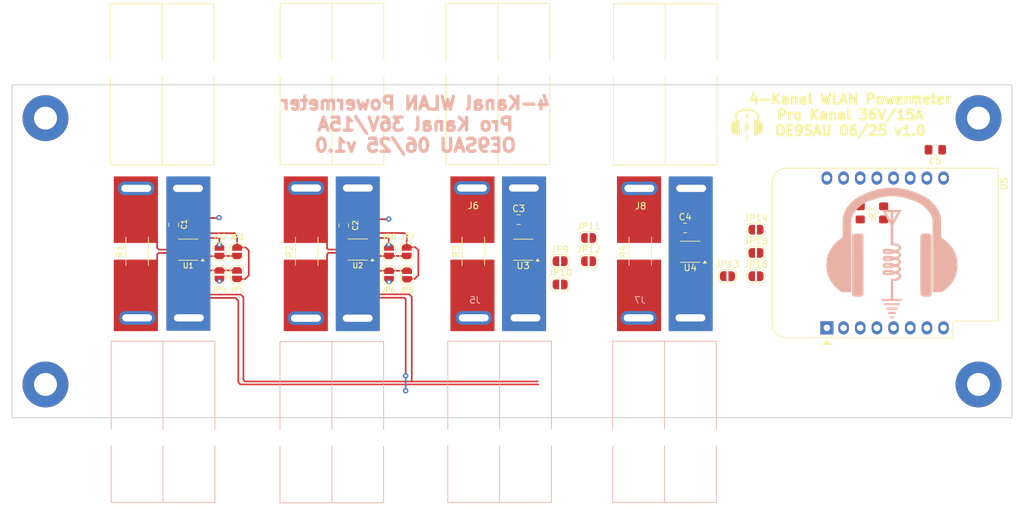
<source format=kicad_pcb>
(kicad_pcb (version 20240108) (generator "pcbnew") (generator_version "8.0")
  (layers (0 "F.Cu" signal) (31 "B.Cu" signal) (34 "B.Paste" user) (35 "F.Paste" user) (36 "B.SilkS" user "B.Silkscreen") (37 "F.SilkS" user "F.Silkscreen") (38 "B.Mask" user) (39 "F.Mask" user) (44 "Edge.Cuts" user))
  (net 0 "")
  (net 2 "Net-(J1-Pin_1)")
  (net 3 "+5V")
  (net 4 "GND")
  (net 5 "Net-(J2-Pin_1)")
  (net 6 "Net-(JP5-A)")
  (net 7 "Net-(U1-SCL)")
  (net 8 "Net-(U1-SDA)")
  (net 10 "Net-(JP1-A)")
  (net 11 "Net-(JP3-B)")
  (net 12 "Net-(JP7-B)")
  (net 13 "Net-(J3-Pin_1)")
  (net 14 "Net-(J4-Pin_1)")
  (net 15 "Net-(J5-Pin_1)")
  (net 16 "Net-(J6-Pin_1)")
  (net 17 "Net-(J7-Pin_1)")
  (net 18 "Net-(J8-Pin_1)")
  (net 19 "Net-(JP10-A)")
  (net 20 "Net-(JP11-B)")
  (net 21 "Net-(JP13-A)")
  (net 22 "Net-(JP15-B)")
  (net 37 "GND1")
  (footprint "Jumper:SolderJumper-2_P1.3mm_Open_RoundedPad1.0x1.5mm" (layer "F.Cu") (at 184.516 85.604)
    (property "Reference" "JP14" (at 0 -1.8 0) (layer "F.SilkS"))
    (property "Value" "A0")
    (pad "1" smd custom (at -0.65 0) (size 1 0.5) (layers "F.Cu" "F.Mask") (net 21 "Net-(JP13-A)") (options (clearance outline) (anchor rect)) (primitives (gr_circle (center 0 0.25) (end 0.5 0.25) (width 0) (fill yes)) (gr_circle (center 0 -0.25) (end 0.5 -0.25) (width 0) (fill yes)) (gr_poly (pts (xy 0.5 0.75) (xy 0 0.75) (xy 0 -0.75) (xy 0.5 -0.75)) (width 0) (fill yes))))
    (pad "2" smd custom (at 0.65 0) (size 1 0.5) (layers "F.Cu" "F.Mask") (net 4 "GND") (options (clearance outline) (anchor rect)) (primitives (gr_circle (center 0 0.25) (end 0.5 0.25) (width 0) (fill yes)) (gr_circle (center 0 -0.25) (end 0.5 -0.25) (width 0) (fill yes)) (gr_poly (pts (xy 0 0.75) (xy -0.5 0.75) (xy -0.5 -0.75) (xy 0 -0.75)) (width 0) (fill yes))))
  )
  (footprint "Jumper:SolderJumper-2_P1.3mm_Open_RoundedPad1.0x1.5mm" (layer "F.Cu") (at 131.318 92.5172 -90)
    (property "Reference" "JP5" (at 2.2756 0.0508 0) (layer "F.SilkS") (effects (font (size 0.8 0.8))))
    (property "Value" "A0")
    (pad "1" smd custom (at -0.65 0 270) (size 1 0.5) (layers "F.Cu" "F.Mask") (net 6 "Net-(JP5-A)") (options (clearance outline) (anchor rect)) (primitives (gr_circle (center 0 0.25) (end 0.5 0.25) (width 0) (fill yes)) (gr_circle (center 0 -0.25) (end 0.5 -0.25) (width 0) (fill yes)) (gr_poly (pts (xy 0.5 0.75) (xy 0 0.75) (xy 0 -0.75) (xy 0.5 -0.75)) (width 0) (fill yes))))
    (pad "2" smd custom (at 0.65 0 270) (size 1 0.5) (layers "F.Cu" "F.Mask") (net 3 "+5V") (options (clearance outline) (anchor rect)) (primitives (gr_circle (center 0 0.25) (end 0.5 0.25) (width 0) (fill yes)) (gr_circle (center 0 -0.25) (end 0.5 -0.25) (width 0) (fill yes)) (gr_poly (pts (xy 0 0.75) (xy -0.5 0.75) (xy -0.5 -0.75) (xy 0 -0.75)) (width 0) (fill yes))))
  )
  (footprint "Connector_Anderson:PowerPole_PP45_1336G1_1x2_Horizontal" (layer "F.Cu") (at 141.224 79.248)
    (property "Reference" "J6" (at 0.2 2.7 0) (layer "F.SilkS"))
    (property "Value" "Conn_01x02")
    (pad "1" thru_hole oval (at 0 0) (size 5.55 2.1) (drill oval 4.55 1.1) (layers "*.Cu" "*.Mask") (net 16 "Net-(J6-Pin_1)"))
    (pad "2" thru_hole oval (at 7.9 0) (size 5.55 2.1) (drill oval 4.55 1.1) (layers "*.Cu" "*.Mask") (net 37 "GND1"))
  )
  (footprint "Connector_Anderson:PowerPole_PP45_1336G1_1x2_Horizontal" (layer "F.Cu") (at 115.9256 79.248)
    (property "Reference" "J3" (hide yes))
    (property "Value" "Conn_01x02")
    (pad "1" thru_hole oval (at 0 0) (size 5.55 2.1) (drill oval 4.55 1.1) (layers "*.Cu" "*.Mask") (net 13 "Net-(J3-Pin_1)"))
    (pad "2" thru_hole oval (at 7.9 0) (size 5.55 2.1) (drill oval 4.55 1.1) (layers "*.Cu" "*.Mask") (net 37 "GND1"))
  )
  (footprint "MountingHole:MountingHole_3.5mm_Pad" (layer "F.Cu") (at 76.2 68.58)
    (property "Reference" "H1" (hide yes))
    (property "Value" "MountingHole_Pad")
    (pad "1" thru_hole circle (at 0 0) (size 7 7) (drill 3.5) (layers "*.Cu" "*.Mask") (net 4 "GND"))
  )
  (footprint "Capacitor_SMD:C_0805_2012Metric_Pad1.18x1.45mm_HandSolder" (layer "F.Cu") (at 148.336 84.074)
    (property "Reference" "C3" (at 0 -1.68 0) (layer "F.SilkS"))
    (property "Value" "100nF")
    (pad "1" smd roundrect (at -1.0375 0) (size 1.175 1.45) (layers "F.Cu" "F.Paste" "F.Mask") (roundrect_rratio 0.212766) (net 3 "+5V"))
    (pad "2" smd roundrect (at 1.0375 0) (size 1.175 1.45) (layers "F.Cu" "F.Paste" "F.Mask") (roundrect_rratio 0.212766) (net 4 "GND"))
  )
  (footprint "Jumper:SolderJumper-2_P1.3mm_Open_RoundedPad1.0x1.5mm" (layer "F.Cu") (at 184.516 89.154)
    (property "Reference" "JP15" (at 0 -1.8 0) (layer "F.SilkS"))
    (property "Value" "A1")
    (pad "1" smd custom (at -0.65 0) (size 1 0.5) (layers "F.Cu" "F.Mask") (net 3 "+5V") (options (clearance outline) (anchor rect)) (primitives (gr_circle (center 0 0.25) (end 0.5 0.25) (width 0) (fill yes)) (gr_circle (center 0 -0.25) (end 0.5 -0.25) (width 0) (fill yes)) (gr_poly (pts (xy 0.5 0.75) (xy 0 0.75) (xy 0 -0.75) (xy 0.5 -0.75)) (width 0) (fill yes))))
    (pad "2" smd custom (at 0.65 0) (size 1 0.5) (layers "F.Cu" "F.Mask") (net 22 "Net-(JP15-B)") (options (clearance outline) (anchor rect)) (primitives (gr_circle (center 0 0.25) (end 0.5 0.25) (width 0) (fill yes)) (gr_circle (center 0 -0.25) (end 0.5 -0.25) (width 0) (fill yes)) (gr_poly (pts (xy 0 0.75) (xy -0.5 0.75) (xy -0.5 -0.75) (xy 0 -0.75)) (width 0) (fill yes))))
  )
  (footprint "Jumper:SolderJumper-2_P1.3mm_Open_RoundedPad1.0x1.5mm" (layer "F.Cu") (at 102.7176 92.471 -90)
    (property "Reference" "JP2" (at -5.73 -0.0254 0) (layer "F.SilkS") (effects (font (size 0.8 0.8))))
    (property "Value" "A0")
    (pad "1" smd custom (at -0.65 0 270) (size 1 0.5) (layers "F.Cu" "F.Mask") (net 10 "Net-(JP1-A)") (options (clearance outline) (anchor rect)) (primitives (gr_circle (center 0 0.25) (end 0.5 0.25) (width 0) (fill yes)) (gr_circle (center 0 -0.25) (end 0.5 -0.25) (width 0) (fill yes)) (gr_poly (pts (xy 0.5 0.75) (xy 0 0.75) (xy 0 -0.75) (xy 0.5 -0.75)) (width 0) (fill yes))))
    (pad "2" smd custom (at 0.65 0 270) (size 1 0.5) (layers "F.Cu" "F.Mask") (net 4 "GND") (options (clearance outline) (anchor rect)) (primitives (gr_circle (center 0 0.25) (end 0.5 0.25) (width 0) (fill yes)) (gr_circle (center 0 -0.25) (end 0.5 -0.25) (width 0) (fill yes)) (gr_poly (pts (xy 0 0.75) (xy -0.5 0.75) (xy -0.5 -0.75) (xy 0 -0.75)) (width 0) (fill yes))))
  )
  (footprint "Jumper:SolderJumper-2_P1.3mm_Open_RoundedPad1.0x1.5mm" (layer "F.Cu") (at 131.2672 88.9612 -90)
    (property "Reference" "JP7" (at -2.2456 -0.1524 180) (layer "F.SilkS") (effects (font (size 0.8 0.8))))
    (property "Value" "A1")
    (pad "1" smd custom (at -0.65 0 270) (size 1 0.5) (layers "F.Cu" "F.Mask") (net 3 "+5V") (options (clearance outline) (anchor rect)) (primitives (gr_circle (center 0 0.25) (end 0.5 0.25) (width 0) (fill yes)) (gr_circle (center 0 -0.25) (end 0.5 -0.25) (width 0) (fill yes)) (gr_poly (pts (xy 0.5 0.75) (xy 0 0.75) (xy 0 -0.75) (xy 0.5 -0.75)) (width 0) (fill yes))))
    (pad "2" smd custom (at 0.65 0 270) (size 1 0.5) (layers "F.Cu" "F.Mask") (net 12 "Net-(JP7-B)") (options (clearance outline) (anchor rect)) (primitives (gr_circle (center 0 0.25) (end 0.5 0.25) (width 0) (fill yes)) (gr_circle (center 0 -0.25) (end 0.5 -0.25) (width 0) (fill yes)) (gr_poly (pts (xy 0 0.75) (xy -0.5 0.75) (xy -0.5 -0.75) (xy 0 -0.75)) (width 0) (fill yes))))
  )
  (footprint "Package_SO:VSSOP-10_3x3mm_P0.5mm" (layer "F.Cu") (at 97.958 88.646 180)
    (property "Reference" "U1" (at 0 -2.45 180) (layer "F.SilkS") (effects (font (size 0.8 0.8))))
    (property "Value" "INA226")
    (pad "1" smd roundrect (at -2.2 -1 180) (size 1.45 0.3) (layers "F.Cu" "F.Paste" "F.Mask") (net 11 "Net-(JP3-B)"))
    (pad "2" smd roundrect (at -2.2 -0.5 180) (size 1.45 0.3) (layers "F.Cu" "F.Paste" "F.Mask") (net 10 "Net-(JP1-A)"))
    (pad "3" smd roundrect (at -2.2 0 180) (size 1.45 0.3) (layers "F.Cu" "F.Paste" "F.Mask"))
    (pad "4" smd roundrect (at -2.2 0.5 180) (size 1.45 0.3) (layers "F.Cu" "F.Paste" "F.Mask") (net 8 "Net-(U1-SDA)"))
    (pad "5" smd roundrect (at -2.2 1 180) (size 1.45 0.3) (layers "F.Cu" "F.Paste" "F.Mask") (net 7 "Net-(U1-SCL)"))
    (pad "6" smd roundrect (at 2.2 1 180) (size 1.45 0.3) (layers "F.Cu" "F.Paste" "F.Mask") (net 3 "+5V"))
    (pad "7" smd roundrect (at 2.2 0.5 180) (size 1.45 0.3) (layers "F.Cu" "F.Paste" "F.Mask") (net 4 "GND"))
    (pad "8" smd roundrect (at 2.2 0 180) (size 1.45 0.3) (layers "F.Cu" "F.Paste" "F.Mask") (net 2 "Net-(J1-Pin_1)"))
    (pad "9" smd roundrect (at 2.2 -0.5 180) (size 1.45 0.3) (layers "F.Cu" "F.Paste" "F.Mask") (net 5 "Net-(J2-Pin_1)"))
    (pad "10" smd roundrect (at 2.2 -1 180) (size 1.45 0.3) (layers "F.Cu" "F.Paste" "F.Mask") (net 2 "Net-(J1-Pin_1)"))
  )
  (footprint "Resistor_SMD:R_2512_6332Metric_Pad1.40x3.35mm_HandSolder" (layer "F.Cu") (at 90.17 88.9 90)
    (property "Reference" "R1" (at 0 -2.62 90) (layer "F.SilkS"))
    (property "Value" "R002")
    (pad "1" smd roundrect (at -3.05 0 90) (size 1.4 3.35) (layers "F.Cu" "F.Paste" "F.Mask") (roundrect_rratio 0.178571) (net 5 "Net-(J2-Pin_1)"))
    (pad "2" smd roundrect (at 3.05 0 90) (size 1.4 3.35) (layers "F.Cu" "F.Paste" "F.Mask") (roundrect_rratio 0.178571) (net 2 "Net-(J1-Pin_1)"))
  )
  (footprint "Jumper:SolderJumper-2_P1.3mm_Open_RoundedPad1.0x1.5mm" (layer "F.Cu") (at 184.516 92.704)
    (property "Reference" "JP16" (at 0 -1.8 0) (layer "F.SilkS"))
    (property "Value" "A1")
    (pad "1" smd custom (at -0.65 0) (size 1 0.5) (layers "F.Cu" "F.Mask") (net 4 "GND") (options (clearance outline) (anchor rect)) (primitives (gr_circle (center 0 0.25) (end 0.5 0.25) (width 0) (fill yes)) (gr_circle (center 0 -0.25) (end 0.5 -0.25) (width 0) (fill yes)) (gr_poly (pts (xy 0.5 0.75) (xy 0 0.75) (xy 0 -0.75) (xy 0.5 -0.75)) (width 0) (fill yes))))
    (pad "2" smd custom (at 0.65 0) (size 1 0.5) (layers "F.Cu" "F.Mask") (net 22 "Net-(JP15-B)") (options (clearance outline) (anchor rect)) (primitives (gr_circle (center 0 0.25) (end 0.5 0.25) (width 0) (fill yes)) (gr_circle (center 0 -0.25) (end 0.5 -0.25) (width 0) (fill yes)) (gr_poly (pts (xy 0 0.75) (xy -0.5 0.75) (xy -0.5 -0.75) (xy 0 -0.75)) (width 0) (fill yes))))
  )
  (footprint "MountingHole:MountingHole_3.5mm_Pad" (layer "F.Cu") (at 218.44 68.58)
    (property "Reference" "H3" (hide yes))
    (property "Value" "MountingHole_Pad")
    (pad "1" thru_hole circle (at 0 0) (size 7 7) (drill 3.5) (layers "*.Cu" "*.Mask") (net 4 "GND"))
  )
  (footprint "Resistor_SMD:R_2512_6332Metric_Pad1.40x3.35mm_HandSolder" (layer "F.Cu") (at 166.878 88.9 90)
    (property "Reference" "R4" (at 0 -2.62 90) (layer "F.SilkS"))
    (property "Value" "R002")
    (pad "1" smd roundrect (at -3.05 0 90) (size 1.4 3.35) (layers "F.Cu" "F.Paste" "F.Mask") (roundrect_rratio 0.178571) (net 17 "Net-(J7-Pin_1)"))
    (pad "2" smd roundrect (at 3.05 0 90) (size 1.4 3.35) (layers "F.Cu" "F.Paste" "F.Mask") (roundrect_rratio 0.178571) (net 18 "Net-(J8-Pin_1)"))
  )
  (footprint "LOGO" (layer "F.Cu") (at 183.134 69.596)
    (property "Reference" "G0" (hide yes))
    (property "Value" "LOGO" (hide yes))
  )
  (footprint "MountingHole:MountingHole_3.5mm_Pad" (layer "F.Cu") (at 76.2 109.22)
    (property "Reference" "H2" (hide yes))
    (property "Value" "MountingHole_Pad")
    (pad "1" thru_hole circle (at 0 0) (size 7 7) (drill 3.5) (layers "*.Cu" "*.Mask") (net 4 "GND"))
  )
  (footprint "Capacitor_SMD:C_0805_2012Metric_Pad1.18x1.45mm_HandSolder" (layer "F.Cu") (at 95.758 84.8653 90)
    (property "Reference" "C1" (at 0.0801 1.5748 90) (layer "F.SilkS") (effects (font (size 0.8 0.8))))
    (property "Value" "100nF")
    (pad "1" smd roundrect (at -1.0375 0 90) (size 1.175 1.45) (layers "F.Cu" "F.Paste" "F.Mask") (roundrect_rratio 0.212766) (net 3 "+5V"))
    (pad "2" smd roundrect (at 1.0375 0 90) (size 1.175 1.45) (layers "F.Cu" "F.Paste" "F.Mask") (roundrect_rratio 0.212766) (net 4 "GND"))
  )
  (footprint "MountingHole:MountingHole_3.5mm_Pad" (layer "F.Cu") (at 218.44 109.22)
    (property "Reference" "H4" (hide yes))
    (property "Value" "MountingHole_Pad")
    (pad "1" thru_hole circle (at 0 0) (size 7 7) (drill 3.5) (layers "*.Cu" "*.Mask") (net 4 "GND"))
  )
  (footprint "Module:WEMOS_D1_mini_light" (layer "F.Cu") (at 195.326 100.584 90)
    (property "Reference" "U5" (at 22 27 90) (layer "F.SilkS"))
    (property "Value" "WeMos_D1_mini")
    (pad "1" thru_hole rect (at 0 0 90) (size 2 2) (drill 1) (layers "*.Cu" "*.Mask"))
    (pad "2" thru_hole oval (at 0 2.54 90) (size 2 1.6) (drill 1) (layers "*.Cu" "*.Mask"))
    (pad "3" thru_hole oval (at 0 5.08 90) (size 2 1.6) (drill 1) (layers "*.Cu" "*.Mask"))
    (pad "4" thru_hole oval (at 0 7.62 90) (size 2 1.6) (drill 1) (layers "*.Cu" "*.Mask"))
    (pad "5" thru_hole oval (at 0 10.16 90) (size 2 1.6) (drill 1) (layers "*.Cu" "*.Mask"))
    (pad "6" thru_hole oval (at 0 12.7 90) (size 2 1.6) (drill 1) (layers "*.Cu" "*.Mask"))
    (pad "7" thru_hole oval (at 0 15.24 90) (size 2 1.6) (drill 1) (layers "*.Cu" "*.Mask"))
    (pad "8" thru_hole oval (at 0 17.78 90) (size 2 1.6) (drill 1) (layers "*.Cu" "*.Mask"))
    (pad "9" thru_hole oval (at 22.86 17.78 90) (size 2 1.6) (drill 1) (layers "*.Cu" "*.Mask") (net 3 "+5V"))
    (pad "10" thru_hole oval (at 22.86 15.24 90) (size 2 1.6) (drill 1) (layers "*.Cu" "*.Mask") (net 4 "GND"))
    (pad "11" thru_hole oval (at 22.86 12.7 90) (size 2 1.6) (drill 1) (layers "*.Cu" "*.Mask"))
    (pad "12" thru_hole oval (at 22.86 10.16 90) (size 2 1.6) (drill 1) (layers "*.Cu" "*.Mask"))
    (pad "13" thru_hole oval (at 22.86 7.62 90) (size 2 1.6) (drill 1) (layers "*.Cu" "*.Mask") (net 8 "Net-(U1-SDA)"))
    (pad "14" thru_hole oval (at 22.86 5.08 90) (size 2 1.6) (drill 1) (layers "*.Cu" "*.Mask") (net 7 "Net-(U1-SCL)"))
    (pad "15" thru_hole oval (at 22.86 2.54 90) (size 2 1.6) (drill 1) (layers "*.Cu" "*.Mask"))
    (pad "16" thru_hole oval (at 22.86 0 90) (size 2 1.6) (drill 1) (layers "*.Cu" "*.Mask"))
  )
  (footprint "Jumper:SolderJumper-2_P1.3mm_Open_RoundedPad1.0x1.5mm" (layer "F.Cu") (at 154.654 93.968)
    (property "Reference" "JP10" (at 0 -1.8 0) (layer "F.SilkS"))
    (property "Value" "A0")
    (pad "1" smd custom (at -0.65 0) (size 1 0.5) (layers "F.Cu" "F.Mask") (net 19 "Net-(JP10-A)") (options (clearance outline) (anchor rect)) (primitives (gr_circle (center 0 0.25) (end 0.5 0.25) (width 0) (fill yes)) (gr_circle (center 0 -0.25) (end 0.5 -0.25) (width 0) (fill yes)) (gr_poly (pts (xy 0.5 0.75) (xy 0 0.75) (xy 0 -0.75) (xy 0.5 -0.75)) (width 0) (fill yes))))
    (pad "2" smd custom (at 0.65 0) (size 1 0.5) (layers "F.Cu" "F.Mask") (net 4 "GND") (options (clearance outline) (anchor rect)) (primitives (gr_circle (center 0 0.25) (end 0.5 0.25) (width 0) (fill yes)) (gr_circle (center 0 -0.25) (end 0.5 -0.25) (width 0) (fill yes)) (gr_poly (pts (xy 0 0.75) (xy -0.5 0.75) (xy -0.5 -0.75) (xy 0 -0.75)) (width 0) (fill yes))))
  )
  (footprint "Resistor_SMD:R_0805_2012Metric_Pad1.20x1.40mm_HandSolder" (layer "F.Cu") (at 200.406 83.042 90)
    (property "Reference" "R6" (at 0 -1.65 90) (layer "F.SilkS"))
    (property "Value" "4k7")
    (pad "1" smd roundrect (at -1 0 90) (size 1.2 1.4) (layers "F.Cu" "F.Paste" "F.Mask") (roundrect_rratio 0.208333) (net 3 "+5V"))
    (pad "2" smd roundrect (at 1 0 90) (size 1.2 1.4) (layers "F.Cu" "F.Paste" "F.Mask") (roundrect_rratio 0.208333) (net 7 "Net-(U1-SCL)"))
  )
  (footprint "Jumper:SolderJumper-2_P1.3mm_Open_RoundedPad1.0x1.5mm" (layer "F.Cu") (at 159.004 86.868)
    (property "Reference" "JP11" (at 0 -1.8 0) (layer "F.SilkS"))
    (property "Value" "A1")
    (pad "1" smd custom (at -0.65 0) (size 1 0.5) (layers "F.Cu" "F.Mask") (net 3 "+5V") (options (clearance outline) (anchor rect)) (primitives (gr_circle (center 0 0.25) (end 0.5 0.25) (width 0) (fill yes)) (gr_circle (center 0 -0.25) (end 0.5 -0.25) (width 0) (fill yes)) (gr_poly (pts (xy 0.5 0.75) (xy 0 0.75) (xy 0 -0.75) (xy 0.5 -0.75)) (width 0) (fill yes))))
    (pad "2" smd custom (at 0.65 0) (size 1 0.5) (layers "F.Cu" "F.Mask") (net 20 "Net-(JP11-B)") (options (clearance outline) (anchor rect)) (primitives (gr_circle (center 0 0.25) (end 0.5 0.25) (width 0) (fill yes)) (gr_circle (center 0 -0.25) (end 0.5 -0.25) (width 0) (fill yes)) (gr_poly (pts (xy 0 0.75) (xy -0.5 0.75) (xy -0.5 -0.75) (xy 0 -0.75)) (width 0) (fill yes))))
  )
  (footprint "Resistor_SMD:R_2512_6332Metric_Pad1.40x3.35mm_HandSolder" (layer "F.Cu") (at 141.4272 88.902 90)
    (property "Reference" "R3" (at 0 -2.62 90) (layer "F.SilkS"))
    (property "Value" "R002")
    (pad "1" smd roundrect (at -3.05 0 90) (size 1.4 3.35) (layers "F.Cu" "F.Paste" "F.Mask") (roundrect_rratio 0.178571) (net 15 "Net-(J5-Pin_1)"))
    (pad "2" smd roundrect (at 3.05 0 90) (size 1.4 3.35) (layers "F.Cu" "F.Paste" "F.Mask") (roundrect_rratio 0.178571) (net 16 "Net-(J6-Pin_1)"))
  )
  (footprint "Capacitor_SMD:C_0805_2012Metric_Pad1.18x1.45mm_HandSolder" (layer "F.Cu") (at 121.666 84.963 90)
    (property "Reference" "C2" (at 0 1.778 90) (layer "F.SilkS") (effects (font (size 0.8 0.8))))
    (property "Value" "100nF")
    (pad "1" smd roundrect (at -1.0375 0 90) (size 1.175 1.45) (layers "F.Cu" "F.Paste" "F.Mask") (roundrect_rratio 0.212766) (net 3 "+5V"))
    (pad "2" smd roundrect (at 1.0375 0 90) (size 1.175 1.45) (layers "F.Cu" "F.Paste" "F.Mask") (roundrect_rratio 0.212766) (net 4 "GND"))
  )
  (footprint "Capacitor_SMD:C_0805_2012Metric_Pad1.18x1.45mm_HandSolder" (layer "F.Cu") (at 173.7145 85.344)
    (property "Reference" "C4" (at 0 -1.68 0) (layer "F.SilkS"))
    (property "Value" "100nF")
    (pad "1" smd roundrect (at -1.0375 0) (size 1.175 1.45) (layers "F.Cu" "F.Paste" "F.Mask") (roundrect_rratio 0.212766) (net 3 "+5V"))
    (pad "2" smd roundrect (at 1.0375 0) (size 1.175 1.45) (layers "F.Cu" "F.Paste" "F.Mask") (roundrect_rratio 0.212766) (net 4 "GND"))
  )
  (footprint "Package_SO:VSSOP-10_3x3mm_P0.5mm" (layer "F.Cu") (at 123.8152 88.63 180)
    (property "Reference" "U2" (at 0 -2.45 180) (layer "F.SilkS") (effects (font (size 0.8 0.8))))
    (property "Value" "INA226")
    (pad "1" smd roundrect (at -2.2 -1 180) (size 1.45 0.3) (layers "F.Cu" "F.Paste" "F.Mask") (net 12 "Net-(JP7-B)"))
    (pad "2" smd roundrect (at -2.2 -0.5 180) (size 1.45 0.3) (layers "F.Cu" "F.Paste" "F.Mask") (net 6 "Net-(JP5-A)"))
    (pad "3" smd roundrect (at -2.2 0 180) (size 1.45 0.3) (layers "F.Cu" "F.Paste" "F.Mask"))
    (pad "4" smd roundrect (at -2.2 0.5 180) (size 1.45 0.3) (layers "F.Cu" "F.Paste" "F.Mask") (net 8 "Net-(U1-SDA)"))
    (pad "5" smd roundrect (at -2.2 1 180) (size 1.45 0.3) (layers "F.Cu" "F.Paste" "F.Mask") (net 7 "Net-(U1-SCL)"))
    (pad "6" smd roundrect (at 2.2 1 180) (size 1.45 0.3) (layers "F.Cu" "F.Paste" "F.Mask") (net 3 "+5V"))
    (pad "7" smd roundrect (at 2.2 0.5 180) (size 1.45 0.3) (layers "F.Cu" "F.Paste" "F.Mask") (net 4 "GND"))
    (pad "8" smd roundrect (at 2.2 0 180) (size 1.45 0.3) (layers "F.Cu" "F.Paste" "F.Mask") (net 13 "Net-(J3-Pin_1)"))
    (pad "9" smd roundrect (at 2.2 -0.5 180) (size 1.45 0.3) (layers "F.Cu" "F.Paste" "F.Mask") (net 14 "Net-(J4-Pin_1)"))
    (pad "10" smd roundrect (at 2.2 -1 180) (size 1.45 0.3) (layers "F.Cu" "F.Paste" "F.Mask") (net 13 "Net-(J3-Pin_1)"))
  )
  (footprint "Jumper:SolderJumper-2_P1.3mm_Open_RoundedPad1.0x1.5mm" (layer "F.Cu") (at 180.166 92.704)
    (property "Reference" "JP13" (at 0 -1.8 0) (layer "F.SilkS"))
    (property "Value" "A0")
    (pad "1" smd custom (at -0.65 0) (size 1 0.5) (layers "F.Cu" "F.Mask") (net 21 "Net-(JP13-A)") (options (clearance outline) (anchor rect)) (primitives (gr_circle (center 0 0.25) (end 0.5 0.25) (width 0) (fill yes)) (gr_circle (center 0 -0.25) (end 0.5 -0.25) (width 0) (fill yes)) (gr_poly (pts (xy 0.5 0.75) (xy 0 0.75) (xy 0 -0.75) (xy 0.5 -0.75)) (width 0) (fill yes))))
    (pad "2" smd custom (at 0.65 0) (size 1 0.5) (layers "F.Cu" "F.Mask") (net 3 "+5V") (options (clearance outline) (anchor rect)) (primitives (gr_circle (center 0 0.25) (end 0.5 0.25) (width 0) (fill yes)) (gr_circle (center 0 -0.25) (end 0.5 -0.25) (width 0) (fill yes)) (gr_poly (pts (xy 0 0.75) (xy -0.5 0.75) (xy -0.5 -0.75) (xy 0 -0.75)) (width 0) (fill yes))))
  )
  (footprint "Resistor_SMD:R_2512_6332Metric_Pad1.40x3.35mm_HandSolder" (layer "F.Cu") (at 116.0272 88.898 90)
    (property "Reference" "R2" (at 0 -2.62 90) (layer "F.SilkS"))
    (property "Value" "R002")
    (pad "1" smd roundrect (at -3.05 0 90) (size 1.4 3.35) (layers "F.Cu" "F.Paste" "F.Mask") (roundrect_rratio 0.178571) (net 14 "Net-(J4-Pin_1)"))
    (pad "2" smd roundrect (at 3.05 0 90) (size 1.4 3.35) (layers "F.Cu" "F.Paste" "F.Mask") (roundrect_rratio 0.178571) (net 13 "Net-(J3-Pin_1)"))
  )
  (footprint "Capacitor_SMD:C_0805_2012Metric_Pad1.18x1.45mm_HandSolder" (layer "F.Cu") (at 211.8575 73.406 180)
    (property "Reference" "C5" (at 0 -1.68 0) (layer "F.SilkS"))
    (property "Value" "100nF")
    (pad "1" smd roundrect (at -1.0375 0 180) (size 1.175 1.45) (layers "F.Cu" "F.Paste" "F.Mask") (roundrect_rratio 0.212766) (net 3 "+5V"))
    (pad "2" smd roundrect (at 1.0375 0 180) (size 1.175 1.45) (layers "F.Cu" "F.Paste" "F.Mask") (roundrect_rratio 0.212766) (net 4 "GND"))
  )
  (footprint "Jumper:SolderJumper-2_P1.3mm_Open_RoundedPad1.0x1.5mm" (layer "F.Cu") (at 102.7176 88.9658 -90)
    (property "Reference" "JP4" (at 5.7762 0.1016 0) (layer "F.SilkS") (effects (font (size 0.8 0.8))))
    (property "Value" "A1")
    (pad "1" smd custom (at -0.65 0 270) (size 1 0.5) (layers "F.Cu" "F.Mask") (net 4 "GND") (options (clearance outline) (anchor rect)) (primitives (gr_circle (center 0 0.25) (end 0.5 0.25) (width 0) (fill yes)) (gr_circle (center 0 -0.25) (end 0.5 -0.25) (width 0) (fill yes)) (gr_poly (pts (xy 0.5 0.75) (xy 0 0.75) (xy 0 -0.75) (xy 0.5 -0.75)) (width 0) (fill yes))))
    (pad "2" smd custom (at 0.65 0 270) (size 1 0.5) (layers "F.Cu" "F.Mask") (net 11 "Net-(JP3-B)") (options (clearance outline) (anchor rect)) (primitives (gr_circle (center 0 0.25) (end 0.5 0.25) (width 0) (fill yes)) (gr_circle (center 0 -0.25) (end 0.5 -0.25) (width 0) (fill yes)) (gr_poly (pts (xy 0 0.75) (xy -0.5 0.75) (xy -0.5 -0.75) (xy 0 -0.75)) (width 0) (fill yes))))
  )
  (footprint "Resistor_SMD:R_0805_2012Metric_Pad1.20x1.40mm_HandSolder" (layer "F.Cu") (at 203.978 83.042 90)
    (property "Reference" "R7" (at 0 -1.65 90) (layer "F.SilkS"))
    (property "Value" "4k7")
    (pad "1" smd roundrect (at -1 0 90) (size 1.2 1.4) (layers "F.Cu" "F.Paste" "F.Mask") (roundrect_rratio 0.208333) (net 3 "+5V"))
    (pad "2" smd roundrect (at 1 0 90) (size 1.2 1.4) (layers "F.Cu" "F.Paste" "F.Mask") (roundrect_rratio 0.208333) (net 8 "Net-(U1-SDA)"))
  )
  (footprint "Jumper:SolderJumper-2_P1.3mm_Open_RoundedPad1.0x1.5mm" (layer "F.Cu") (at 159.004 90.418)
    (property "Reference" "JP12" (at 0 -1.8 0) (layer "F.SilkS"))
    (property "Value" "A1")
    (pad "1" smd custom (at -0.65 0) (size 1 0.5) (layers "F.Cu" "F.Mask") (net 4 "GND") (options (clearance outline) (anchor rect)) (primitives (gr_circle (center 0 0.25) (end 0.5 0.25) (width 0) (fill yes)) (gr_circle (center 0 -0.25) (end 0.5 -0.25) (width 0) (fill yes)) (gr_poly (pts (xy 0.5 0.75) (xy 0 0.75) (xy 0 -0.75) (xy 0.5 -0.75)) (width 0) (fill yes))))
    (pad "2" smd custom (at 0.65 0) (size 1 0.5) (layers "F.Cu" "F.Mask") (net 20 "Net-(JP11-B)") (options (clearance outline) (anchor rect)) (primitives (gr_circle (center 0 0.25) (end 0.5 0.25) (width 0) (fill yes)) (gr_circle (center 0 -0.25) (end 0.5 -0.25) (width 0) (fill yes)) (gr_poly (pts (xy 0 0.75) (xy -0.5 0.75) (xy -0.5 -0.75) (xy 0 -0.75)) (width 0) (fill yes))))
  )
  (footprint "Connector_Anderson:PowerPole_PP45_1336G1_1x2_Horizontal" (layer "F.Cu") (at 90.03 79.296)
    (property "Reference" "J1" (hide yes))
    (property "Value" "Conn_01x02")
    (pad "1" thru_hole oval (at 0 0) (size 5.55 2.1) (drill oval 4.55 1.1) (layers "*.Cu" "*.Mask") (net 2 "Net-(J1-Pin_1)"))
    (pad "2" thru_hole oval (at 7.9 0) (size 5.55 2.1) (drill oval 4.55 1.1) (layers "*.Cu" "*.Mask") (net 37 "GND1"))
  )
  (footprint "Jumper:SolderJumper-2_P1.3mm_Open_RoundedPad1.0x1.5mm" (layer "F.Cu") (at 105.3996 92.471 -90)
    (property "Reference" "JP1" (at 2.2456 -0.0104 180) (layer "F.SilkS") (effects (font (size 0.8 0.8))))
    (property "Value" "A0")
    (pad "1" smd custom (at -0.65 0 270) (size 1 0.5) (layers "F.Cu" "F.Mask") (net 10 "Net-(JP1-A)") (options (clearance outline) (anchor rect)) (primitives (gr_circle (center 0 0.25) (end 0.5 0.25) (width 0) (fill yes)) (gr_circle (center 0 -0.25) (end 0.5 -0.25) (width 0) (fill yes)) (gr_poly (pts (xy 0.5 0.75) (xy 0 0.75) (xy 0 -0.75) (xy 0.5 -0.75)) (width 0) (fill yes))))
    (pad "2" smd custom (at 0.65 0 270) (size 1 0.5) (layers "F.Cu" "F.Mask") (net 3 "+5V") (options (clearance outline) (anchor rect)) (primitives (gr_circle (center 0 0.25) (end 0.5 0.25) (width 0) (fill yes)) (gr_circle (center 0 -0.25) (end 0.5 -0.25) (width 0) (fill yes)) (gr_poly (pts (xy 0 0.75) (xy -0.5 0.75) (xy -0.5 -0.75) (xy 0 -0.75)) (width 0) (fill yes))))
  )
  (footprint "Package_SO:VSSOP-10_3x3mm_P0.5mm" (layer "F.Cu") (at 149.012 88.654 180)
    (property "Reference" "U3" (at 0 -2.45 0) (layer "F.SilkS"))
    (property "Value" "INA226")
    (pad "1" smd roundrect (at -2.2 -1 180) (size 1.45 0.3) (layers "F.Cu" "F.Paste" "F.Mask") (net 20 "Net-(JP11-B)"))
    (pad "2" smd roundrect (at -2.2 -0.5 180) (size 1.45 0.3) (layers "F.Cu" "F.Paste" "F.Mask") (net 19 "Net-(JP10-A)"))
    (pad "3" smd roundrect (at -2.2 0 180) (size 1.45 0.3) (layers "F.Cu" "F.Paste" "F.Mask"))
    (pad "4" smd roundrect (at -2.2 0.5 180) (size 1.45 0.3) (layers "F.Cu" "F.Paste" "F.Mask") (net 8 "Net-(U1-SDA)"))
    (pad "5" smd roundrect (at -2.2 1 180) (size 1.45 0.3) (layers "F.Cu" "F.Paste" "F.Mask") (net 7 "Net-(U1-SCL)"))
    (pad "6" smd roundrect (at 2.2 1 180) (size 1.45 0.3) (layers "F.Cu" "F.Paste" "F.Mask") (net 3 "+5V"))
    (pad "7" smd roundrect (at 2.2 0.5 180) (size 1.45 0.3) (layers "F.Cu" "F.Paste" "F.Mask") (net 4 "GND"))
    (pad "8" smd roundrect (at 2.2 0 180) (size 1.45 0.3) (layers "F.Cu" "F.Paste" "F.Mask") (net 15 "Net-(J5-Pin_1)"))
    (pad "9" smd roundrect (at 2.2 -0.5 180) (size 1.45 0.3) (layers "F.Cu" "F.Paste" "F.Mask") (net 16 "Net-(J6-Pin_1)"))
    (pad "10" smd roundrect (at 2.2 -1 180) (size 1.45 0.3) (layers "F.Cu" "F.Paste" "F.Mask") (net 15 "Net-(J5-Pin_1)"))
  )
  (footprint "Connector_Anderson:PowerPole_PP45_1336G1_1x2_Horizontal" (layer "F.Cu") (at 166.738 79.296)
    (property "Reference" "J8" (at 0.2 2.7 0) (layer "F.SilkS"))
    (property "Value" "Conn_01x02")
    (pad "1" thru_hole oval (at 0 0) (size 5.55 2.1) (drill oval 4.55 1.1) (layers "*.Cu" "*.Mask") (net 18 "Net-(J8-Pin_1)"))
    (pad "2" thru_hole oval (at 7.9 0) (size 5.55 2.1) (drill oval 4.55 1.1) (layers "*.Cu" "*.Mask") (net 37 "GND1"))
  )
  (footprint "Jumper:SolderJumper-2_P1.3mm_Open_RoundedPad1.0x1.5mm" (layer "F.Cu") (at 128.5748 88.9612 -90)
    (property "Reference" "JP8" (at -2.2456 0 180) (layer "F.SilkS") (effects (font (size 0.8 0.8))))
    (property "Value" "A1")
    (pad "1" smd custom (at -0.65 0 270) (size 1 0.5) (layers "F.Cu" "F.Mask") (net 4 "GND") (options (clearance outline) (anchor rect)) (primitives (gr_circle (center 0 0.25) (end 0.5 0.25) (width 0) (fill yes)) (gr_circle (center 0 -0.25) (end 0.5 -0.25) (width 0) (fill yes)) (gr_poly (pts (xy 0.5 0.75) (xy 0 0.75) (xy 0 -0.75) (xy 0.5 -0.75)) (width 0) (fill yes))))
    (pad "2" smd custom (at 0.65 0 270) (size 1 0.5) (layers "F.Cu" "F.Mask") (net 12 "Net-(JP7-B)") (options (clearance outline) (anchor rect)) (primitives (gr_circle (center 0 0.25) (end 0.5 0.25) (width 0) (fill yes)) (gr_circle (center 0 -0.25) (end 0.5 -0.25) (width 0) (fill yes)) (gr_poly (pts (xy 0 0.75) (xy -0.5 0.75) (xy -0.5 -0.75) (xy 0 -0.75)) (width 0) (fill yes))))
  )
  (footprint "Jumper:SolderJumper-2_P1.3mm_Open_RoundedPad1.0x1.5mm" (layer "F.Cu") (at 128.5748 92.5172 -90)
    (property "Reference" "JP6" (at 2.2756 0.1016 180) (layer "F.SilkS") (effects (font (size 0.8 0.8))))
    (property "Value" "A0")
    (pad "1" smd custom (at -0.65 0 270) (size 1 0.5) (layers "F.Cu" "F.Mask") (net 6 "Net-(JP5-A)") (options (clearance outline) (anchor rect)) (primitives (gr_circle (center 0 0.25) (end 0.5 0.25) (width 0) (fill yes)) (gr_circle (center 0 -0.25) (end 0.5 -0.25) (width 0) (fill yes)) (gr_poly (pts (xy 0.5 0.75) (xy 0 0.75) (xy 0 -0.75) (xy 0.5 -0.75)) (width 0) (fill yes))))
    (pad "2" smd custom (at 0.65 0 270) (size 1 0.5) (layers "F.Cu" "F.Mask") (net 4 "GND") (options (clearance outline) (anchor rect)) (primitives (gr_circle (center 0 0.25) (end 0.5 0.25) (width 0) (fill yes)) (gr_circle (center 0 -0.25) (end 0.5 -0.25) (width 0) (fill yes)) (gr_poly (pts (xy 0 0.75) (xy -0.5 0.75) (xy -0.5 -0.75) (xy 0 -0.75)) (width 0) (fill yes))))
  )
  (footprint "Jumper:SolderJumper-2_P1.3mm_Open_RoundedPad1.0x1.5mm" (layer "F.Cu") (at 105.41 88.9658 -90)
    (property "Reference" "JP3" (at -2.2248 0.0508 180) (layer "F.SilkS") (effects (font (size 0.8 0.8))))
    (property "Value" "A1")
    (pad "1" smd custom (at -0.65 0 270) (size 1 0.5) (layers "F.Cu" "F.Mask") (net 3 "+5V") (options (clearance outline) (anchor rect)) (primitives (gr_circle (center 0 0.25) (end 0.5 0.25) (width 0) (fill yes)) (gr_circle (center 0 -0.25) (end 0.5 -0.25) (width 0) (fill yes)) (gr_poly (pts (xy 0.5 0.75) (xy 0 0.75) (xy 0 -0.75) (xy 0.5 -0.75)) (width 0) (fill yes))))
    (pad "2" smd custom (at 0.65 0 270) (size 1 0.5) (layers "F.Cu" "F.Mask") (net 11 "Net-(JP3-B)") (options (clearance outline) (anchor rect)) (primitives (gr_circle (center 0 0.25) (end 0.5 0.25) (width 0) (fill yes)) (gr_circle (center 0 -0.25) (end 0.5 -0.25) (width 0) (fill yes)) (gr_poly (pts (xy 0 0.75) (xy -0.5 0.75) (xy -0.5 -0.75) (xy 0 -0.75)) (width 0) (fill yes))))
  )
  (footprint "Package_SO:VSSOP-10_3x3mm_P0.5mm" (layer "F.Cu") (at 174.498 88.9668 180)
    (property "Reference" "U4" (at 0 -2.45 0) (layer "F.SilkS"))
    (property "Value" "INA226")
    (pad "1" smd roundrect (at -2.2 -1 180) (size 1.45 0.3) (layers "F.Cu" "F.Paste" "F.Mask") (net 22 "Net-(JP15-B)"))
    (pad "2" smd roundrect (at -2.2 -0.5 180) (size 1.45 0.3) (layers "F.Cu" "F.Paste" "F.Mask") (net 21 "Net-(JP13-A)"))
    (pad "3" smd roundrect (at -2.2 0 180) (size 1.45 0.3) (layers "F.Cu" "F.Paste" "F.Mask"))
    (pad "4" smd roundrect (at -2.2 0.5 180) (size 1.45 0.3) (layers "F.Cu" "F.Paste" "F.Mask") (net 8 "Net-(U1-SDA)"))
    (pad "5" smd roundrect (at -2.2 1 180) (size 1.45 0.3) (layers "F.Cu" "F.Paste" "F.Mask") (net 7 "Net-(U1-SCL)"))
    (pad "6" smd roundrect (at 2.2 1 180) (size 1.45 0.3) (layers "F.Cu" "F.Paste" "F.Mask") (net 3 "+5V"))
    (pad "7" smd roundrect (at 2.2 0.5 180) (size 1.45 0.3) (layers "F.Cu" "F.Paste" "F.Mask") (net 4 "GND"))
    (pad "8" smd roundrect (at 2.2 0 180) (size 1.45 0.3) (layers "F.Cu" "F.Paste" "F.Mask") (net 17 "Net-(J7-Pin_1)"))
    (pad "9" smd roundrect (at 2.2 -0.5 180) (size 1.45 0.3) (layers "F.Cu" "F.Paste" "F.Mask") (net 18 "Net-(J8-Pin_1)"))
    (pad "10" smd roundrect (at 2.2 -1 180) (size 1.45 0.3) (layers "F.Cu" "F.Paste" "F.Mask") (net 17 "Net-(J7-Pin_1)"))
  )
  (footprint "Jumper:SolderJumper-2_P1.3mm_Open_RoundedPad1.0x1.5mm" (layer "F.Cu") (at 154.654 90.418)
    (property "Reference" "JP9" (at 0 -1.8 0) (layer "F.SilkS"))
    (property "Value" "A0")
    (pad "1" smd custom (at -0.65 0) (size 1 0.5) (layers "F.Cu" "F.Mask") (net 19 "Net-(JP10-A)") (options (clearance outline) (anchor rect)) (primitives (gr_circle (center 0 0.25) (end 0.5 0.25) (width 0) (fill yes)) (gr_circle (center 0 -0.25) (end 0.5 -0.25) (width 0) (fill yes)) (gr_poly (pts (xy 0.5 0.75) (xy 0 0.75) (xy 0 -0.75) (xy 0.5 -0.75)) (width 0) (fill yes))))
    (pad "2" smd custom (at 0.65 0) (size 1 0.5) (layers "F.Cu" "F.Mask") (net 3 "+5V") (options (clearance outline) (anchor rect)) (primitives (gr_circle (center 0 0.25) (end 0.5 0.25) (width 0) (fill yes)) (gr_circle (center 0 -0.25) (end 0.5 -0.25) (width 0) (fill yes)) (gr_poly (pts (xy 0 0.75) (xy -0.5 0.75) (xy -0.5 -0.75) (xy 0 -0.75)) (width 0) (fill yes))))
  )
  (footprint "LOGO" (layer "B.Cu") (at 205.232 89.154 180)
    (property "Reference" "G1" (hide yes))
    (property "Value" "LOGO" (hide yes))
  )
  (footprint "Connector_Anderson:PowerPole_PP45_1336G1_1x2_Horizontal" (layer "B.Cu") (at 115.8996 99.1108)
    (property "Reference" "J4" (hide yes))
    (property "Value" "Conn_01x02")
    (pad "1" thru_hole oval (at 0 0) (size 5.55 2.1) (drill oval 4.55 1.1) (layers "*.Cu" "*.Mask") (net 14 "Net-(J4-Pin_1)"))
    (pad "2" thru_hole oval (at 7.9 0) (size 5.55 2.1) (drill oval 4.55 1.1) (layers "*.Cu" "*.Mask") (net 37 "GND1"))
  )
  (footprint "Connector_Anderson:PowerPole_PP45_1336G1_1x2_Horizontal" (layer "B.Cu") (at 90.17 99.06)
    (property "Reference" "J2" (hide yes))
    (property "Value" "Conn_01x02")
    (pad "1" thru_hole oval (at 0 0) (size 5.55 2.1) (drill oval 4.55 1.1) (layers "*.Cu" "*.Mask") (net 5 "Net-(J2-Pin_1)"))
    (pad "2" thru_hole oval (at 7.9 0) (size 5.55 2.1) (drill oval 4.55 1.1) (layers "*.Cu" "*.Mask") (net 37 "GND1"))
  )
  (footprint "Connector_Anderson:PowerPole_PP45_1336G1_1x2_Horizontal" (layer "B.Cu") (at 141.478 99.06)
    (property "Reference" "J5" (at 0.2 -2.7 0) (layer "B.SilkS") (effects (justify mirror)))
    (property "Value" "Conn_01x02")
    (pad "1" thru_hole oval (at 0 0) (size 5.55 2.1) (drill oval 4.55 1.1) (layers "*.Cu" "*.Mask") (net 15 "Net-(J5-Pin_1)"))
    (pad "2" thru_hole oval (at 7.9 0) (size 5.55 2.1) (drill oval 4.55 1.1) (layers "*.Cu" "*.Mask") (net 37 "GND1"))
  )
  (footprint "Connector_Anderson:PowerPole_PP45_1336G1_1x2_Horizontal" (layer "B.Cu") (at 166.624 99.06)
    (property "Reference" "J7" (at 0.2 -2.7 0) (layer "B.SilkS") (effects (justify mirror)))
    (property "Value" "Conn_01x02")
    (pad "1" thru_hole oval (at 0 0) (size 5.55 2.1) (drill oval 4.55 1.1) (layers "*.Cu" "*.Mask") (net 17 "Net-(J7-Pin_1)"))
    (pad "2" thru_hole oval (at 7.9 0) (size 5.55 2.1) (drill oval 4.55 1.1) (layers "*.Cu" "*.Mask") (net 37 "GND1"))
  )
  (gr_line (start 223.52 63.5) (end 71.12 63.5) (stroke (width 0.15)) (layer "Edge.Cuts"))
  (gr_line (start 223.52 114.3) (end 223.52 63.5) (stroke (width 0.15)) (layer "Edge.Cuts"))
  (gr_line (start 71.12 63.5) (end 71.12 114.3) (stroke (width 0.15)) (layer "Edge.Cuts"))
  (gr_line (start 71.12 114.3) (end 223.52 114.3) (stroke (width 0.15)) (layer "Edge.Cuts"))
  (gr_text "4-Kanal WLAN Powermeter\nPro Kanal 36V/15A\nOE9SAU 06/25 v1.0" (at 132.588 73.914 0) (layer "B.SilkS") (effects (font (size 2 2) (thickness 0.5) (bold yes)) (justify bottom mirror)))
  (gr_text "4-Kanal WLAN Powermeter\nPro Kanal 36V/15A\nOE9SAU 06/25 v1.0" (at 198.882 71.374 0) (layer "F.SilkS") (effects (font (size 1.5 1.5) (thickness 0.375) (bold yes)) (justify bottom)))
  (segment (start 93.472 88.646) (end 93.218 88.392) (width 0.25) (layer "F.Cu") (net 2))
  (segment (start 93.218 88.392) (end 93.218 86.233) (width 0.25) (layer "F.Cu") (net 2))
  (segment (start 97.028 88.9) (end 97.028 89.408) (width 0.25) (layer "F.Cu") (net 2))
  (segment (start 92.835 85.85) (end 90.17 85.85) (width 0.25) (layer "F.Cu") (net 2))
  (segment (start 96.774 88.646) (end 97.028 88.9) (width 0.25) (layer "F.Cu") (net 2))
  (segment (start 97.028 89.408) (end 96.79 89.646) (width 0.25) (layer "F.Cu") (net 2))
  (segment (start 93.218 86.233) (end 92.835 85.85) (width 0.25) (layer "F.Cu") (net 2))
  (segment (start 95.758 88.646) (end 93.472 88.646) (width 0.25) (layer "F.Cu") (net 2))
  (segment (start 95.758 88.646) (end 96.774 88.646) (width 0.25) (layer "F.Cu") (net 2))
  (segment (start 90.17 79.69) (end 90.03 79.55) (width 0.25) (layer "F.Cu") (net 2))
  (segment (start 96.79 89.646) (end 95.758 89.646) (width 0.25) (layer "F.Cu") (net 2))
  (segment (start 131.2672 88.2812) (end 132.588 88.2812) (width 0.25) (layer "F.Cu") (net 3))
  (segment (start 105.41 88.3158) (end 106.7308 88.3158) (width 0.25) (layer "F.Cu") (net 3))
  (segment (start 131.2672 88.2812) (end 131.2672 86.4524) (width 0.25) (layer "F.Cu") (net 3))
  (segment (start 121.8322 86.1084) (end 121.6152 86.3254) (width 0.25) (layer "F.Cu") (net 3))
  (segment (start 133.0452 88.7384) (end 133.0452 92.5484) (width 0.25) (layer "F.Cu") (net 3))
  (segment (start 105.066 86.143) (end 95.975 86.143) (width 0.25) (layer "F.Cu") (net 3))
  (segment (start 130.9232 86.1084) (end 121.8322 86.1084) (width 0.25) (layer "F.Cu") (net 3))
  (segment (start 105.41 88.3158) (end 105.41 86.487) (width 0.25) (layer "F.Cu") (net 3))
  (segment (start 95.758 86.36) (end 95.758 87.646) (width 0.25) (layer "F.Cu") (net 3))
  (segment (start 106.7308 88.3158) (end 107.188 88.773) (width 0.25) (layer "F.Cu") (net 3))
  (segment (start 107.188 92.583) (end 106.65 93.121) (width 0.25) (layer "F.Cu") (net 3))
  (segment (start 133.0452 92.5484) (end 132.5072 93.0864) (width 0.25) (layer "F.Cu") (net 3))
  (segment (start 132.588 88.2812) (end 133.0452 88.7384) (width 0.25) (layer "F.Cu") (net 3))
  (segment (start 95.975 86.143) (end 95.758 86.36) (width 0.25) (layer "F.Cu") (net 3))
  (segment (start 105.41 86.487) (end 105.066 86.143) (width 0.25) (layer "F.Cu") (net 3))
  (segment (start 131.2672 86.4524) (end 130.9232 86.1084) (width 0.25) (layer "F.Cu") (net 3))
  (segment (start 132.5072 93.0864) (end 131.2568 93.0864) (width 0.25) (layer "F.Cu") (net 3))
  (segment (start 121.6152 86.3254) (end 121.6152 87.6114) (width 0.25) (layer "F.Cu") (net 3))
  (segment (start 107.188 88.773) (end 107.188 92.583) (width 0.25) (layer "F.Cu") (net 3))
  (segment (start 106.65 93.121) (end 105.3996 93.121) (width 0.25) (layer "F.Cu") (net 3))
  (segment (start 102.6082 83.8278) (end 102.616 83.82) (width 0.25) (layer "F.Cu") (net 4))
  (segment (start 126.6444 86.8767) (end 128.3716 86.8767) (width 0.25) (layer "F.Cu") (net 4))
  (segment (start 102.7176 86.868) (end 102.7176 88.3158) (width 0.25) (layer "F.Cu") (net 4))
  (segment (start 95.758 83.8278) (end 102.6082 83.8278) (width 0.25) (layer "F.Cu") (net 4))
  (segment (start 123.0884 86.8767) (end 122.8344 87.1307) (width 0.25) (layer "F.Cu") (net 4))
  (segment (start 97.1296 86.868) (end 102.7176 86.868) (width 0.25) (layer "F.Cu") (net 4))
  (segment (start 96.9772 88.0364) (end 96.9772 87.0204) (width 0.25) (layer "F.Cu") (net 4))
  (segment (start 122.6653 88.1547) (end 121.5644 88.1547) (width 0.25) (layer "F.Cu") (net 4))
  (segment (start 128.5924 84.0056) (end 128.6002 83.9978) (width 0.25) (layer "F.Cu") (net 4))
  (segment (start 122.8344 87.9856) (end 122.6653 88.1547) (width 0.25) (layer "F.Cu") (net 4))
  (segment (start 96.9772 87.0204) (end 97.1296 86.868) (width 0.25) (layer "F.Cu") (net 4))
  (segment (start 126.6444 86.8767) (end 123.0884 86.8767) (width 0.25) (layer "F.Cu") (net 4))
  (segment (start 128.524 88.3245) (end 128.524 87.0291) (width 0.25) (layer "F.Cu") (net 4))
  (segment (start 121.7422 84.0056) (end 128.5924 84.0056) (width 0.25) (layer "F.Cu") (net 4))
  (segment (start 102.6876 93.091) (end 102.7176 93.121) (width 0.25) (layer "F.Cu") (net 4))
  (segment (start 95.758 88.146) (end 96.8676 88.146) (width 0.25) (layer "F.Cu") (net 4))
  (segment (start 122.8344 87.1307) (end 122.8344 87.9856) (width 0.25) (layer "F.Cu") (net 4))
  (segment (start 128.3716 86.8767) (end 128.524 87.0291) (width 0.25) (layer "F.Cu") (net 4))
  (segment (start 96.8676 88.146) (end 96.9772 88.0364) (width 0.25) (layer "F.Cu") (net 4))
  (via (at 128.5748 93.5736) (size 0.8) (drill 0.4) (layers "F.Cu" "B.Cu") (net 4))
  (via (at 102.6668 83.7692) (size 0.8) (drill 0.4) (layers "F.Cu" "B.Cu") (net 4))
  (via (at 128.524 83.9724) (size 0.8) (drill 0.4) (layers "F.Cu" "B.Cu") (net 4))
  (via (at 102.7176 87.884) (size 0.8) (drill 0.4) (layers "F.Cu" "B.Cu") (net 4))
  (via (at 102.7176 93.472) (size 0.8) (drill 0.4) (layers "F.Cu" "B.Cu") (net 4))
  (via (at 128.524 87.884) (size 0.8) (drill 0.4) (layers "F.Cu" "B.Cu") (net 4))
  (segment (start 93.218 91.567) (end 93.218 89.408) (width 0.25) (layer "F.Cu") (net 5))
  (segment (start 92.835 91.95) (end 93.218 91.567) (width 0.25) (layer "F.Cu") (net 5))
  (segment (start 90.17 91.95) (end 92.835 91.95) (width 0.25) (layer "F.Cu") (net 5))
  (segment (start 93.48 89.146) (end 95.758 89.146) (width 0.25) (layer "F.Cu") (net 5))
  (segment (start 93.218 89.408) (end 93.48 89.146) (width 0.25) (layer "F.Cu") (net 5))
  (segment (start 126.0152 89.13) (end 124.992 89.13) (width 0.25) (layer "F.Cu") (net 6))
  (segment (start 124.714 89.408) (end 124.714 91.694) (width 0.25) (layer "F.Cu") (net 6))
  (segment (start 124.992 89.13) (end 124.714 89.408) (width 0.25) (layer "F.Cu") (net 6))
  (segment (start 128.5748 91.8672) (end 131.318 91.8672) (width 0.25) (layer "F.Cu") (net 6))
  (segment (start 124.8872 91.8672) (end 128.5748 91.8672) (width 0.25) (layer "F.Cu") (net 6))
  (segment (start 124.714 91.694) (end 124.8872 91.8672) (width 0.25) (layer "F.Cu") (net 6))
  (segment (start 100.158 87.646) (end 98.028 87.646) (width 0.25) (layer "F.Cu") (net 7))
  (segment (start 131.1148 110.1852) (end 131.1148 109.22) (width 0.25) (layer "F.Cu") (net 7))
  (segment (start 98.028 87.646) (end 97.663 88.011) (width 0.25) (layer "F.Cu") (net 7))
  (segment (start 105.918 109.22) (end 131.1148 109.22) (width 0.25) (layer "F.Cu") (net 7))
  (segment (start 123.6544 95.5984) (end 124.0354 95.9794) (width 0.25) (layer "F.Cu") (net 7))
  (segment (start 130.879 95.9794) (end 131.1148 96.2152) (width 0.25) (layer "F.Cu") (net 7))
  (segment (start 131.1148 109.22) (end 151.315 109.22) (width 0.25) (layer "F.Cu") (net 7))
  (segment (start 123.6544 87.9784) (end 123.6544 95.5984) (width 0.25) (layer "F.Cu") (net 7))
  (segment (start 105.156 96.012) (end 105.595 96.451) (width 0.25) (layer "F.Cu") (net 7))
  (segment (start 97.663 95.631) (end 98.044 96.012) (width 0.25) (layer "F.Cu") (net 7))
  (segment (start 98.044 96.012) (end 105.156 96.012) (width 0.25) (layer "F.Cu") (net 7))
  (segment (start 97.663 88.011) (end 97.663 95.631) (width 0.25) (layer "F.Cu") (net 7))
  (segment (start 124.0354 95.9794) (end 130.879 95.9794) (width 0.25) (layer "F.Cu") (net 7))
  (segment (start 105.595 108.897) (end 105.918 109.22) (width 0.25) (layer "F.Cu") (net 7))
  (segment (start 126.1494 87.6134) (end 124.0194 87.6134) (width 0.25) (layer "F.Cu") (net 7))
  (segment (start 131.1148 96.2152) (end 131.1148 107.8992) (width 0.25) (layer "F.Cu") (net 7))
  (segment (start 105.595 96.451) (end 105.595 108.897) (width 0.25) (layer "F.Cu") (net 7))
  (segment (start 124.0194 87.6134) (end 123.6544 87.9784) (width 0.25) (layer "F.Cu") (net 7))
  (via (at 131.1148 107.8992) (size 0.8) (drill 0.4) (layers "F.Cu" "B.Cu") (net 7))
  (via (at 131.1148 110.1852) (size 0.8) (drill 0.4) (layers "F.Cu" "B.Cu") (net 7))
  (segment (start 131.1148 110.1852) (end 131.1148 107.8992) (width 0.25) (layer "B.Cu") (net 7))
  (segment (start 124.5434 95.4714) (end 131.6554 95.4714) (width 0.25) (layer "F.Cu") (net 8))
  (segment (start 98.113 88.323) (end 98.29 88.146) (width 0.25) (layer "F.Cu") (net 8))
  (segment (start 131.6554 95.4714) (end 132.0364 95.8524) (width 0.25) (layer "F.Cu") (net 8))
  (segment (start 98.113 95.065) (end 98.113 88.323) (width 0.25) (layer "F.Cu") (net 8))
  (segment (start 98.552 95.504) (end 98.113 95.065) (width 0.25) (layer "F.Cu") (net 8))
  (segment (start 106.6364 108.77) (end 106.3752 108.5088) (width 0.25) (layer "F.Cu") (net 8))
  (segment (start 98.29 88.146) (end 100.158 88.146) (width 0.25) (layer "F.Cu") (net 8))
  (segment (start 105.9688 95.504) (end 98.552 95.504) (width 0.25) (layer "F.Cu") (net 8))
  (segment (start 106.3752 108.5088) (end 106.3752 95.9104) (width 0.25) (layer "F.Cu") (net 8))
  (segment (start 132.0364 108.7628) (end 132.0292 108.77) (width 0.25) (layer "F.Cu") (net 8))
  (segment (start 124.1044 88.2904) (end 124.1044 95.0324) (width 0.25) (layer "F.Cu") (net 8))
  (segment (start 124.2814 88.1134) (end 124.1044 88.2904) (width 0.25) (layer "F.Cu") (net 8))
  (segment (start 126.1494 88.1134) (end 124.2814 88.1134) (width 0.25) (layer "F.Cu") (net 8))
  (segment (start 124.1044 95.0324) (end 124.5434 95.4714) (width 0.25) (layer "F.Cu") (net 8))
  (segment (start 151.1736 108.77) (end 151.2316 108.712) (width 0.25) (layer "F.Cu") (net 8))
  (segment (start 132.0292 108.77) (end 106.6364 108.77) (width 0.25) (layer "F.Cu") (net 8))
  (segment (start 106.3752 95.9104) (end 105.9688 95.504) (width 0.25) (layer "F.Cu") (net 8))
  (segment (start 132.0292 108.77) (end 151.1736 108.77) (width 0.25) (layer "F.Cu") (net 8))
  (segment (start 132.0364 95.8524) (end 132.0364 108.7628) (width 0.25) (layer "F.Cu") (net 8))
  (segment (start 102.7176 91.821) (end 98.933 91.821) (width 0.25) (layer "F.Cu") (net 10))
  (segment (start 98.933 91.821) (end 98.806 91.694) (width 0.25) (layer "F.Cu") (net 10))
  (segment (start 99.068 89.146) (end 100.158 89.146) (width 0.25) (layer "F.Cu") (net 10))
  (segment (start 98.806 91.694) (end 98.806 89.408) (width 0.25) (layer "F.Cu") (net 10))
  (segment (start 98.806 89.408) (end 99.068 89.146) (width 0.25) (layer "F.Cu") (net 10))
  (segment (start 102.7176 91.821) (end 105.3996 91.821) (width 0.25) (layer "F.Cu") (net 10))
  (segment (start 100.158 89.646) (end 102.6874 89.646) (width 0.25) (layer "F.Cu") (net 11))
  (segment (start 105.3996 89.6262) (end 105.41 89.6158) (width 0.25) (layer "F.Cu") (net 11))
  (segment (start 105.41 89.6158) (end 102.7176 89.6158) (width 0.25) (layer "F.Cu") (net 11))
  (segment (start 102.6874 89.646) (end 102.7176 89.6158) (width 0.25) (layer "F.Cu") (net 11))
  (segment (start 131.2672 89.6112) (end 128.5748 89.6112) (width 0.25) (layer "F.Cu") (net 12))
  (segment (start 128.556 89.63) (end 128.5748 89.6112) (width 0.25) (layer "F.Cu") (net 12))
  (segment (start 126.0152 89.63) (end 128.556 89.63) (width 0.25) (layer "F.Cu") (net 12))
  (segment (start 118.9188 85.848) (end 116.0272 85.848) (width 0.25) (layer "F.Cu") (net 13))
  (segment (start 119.126 86.0552) (end 118.9188 85.848) (width 0.25) (layer "F.Cu") (net 13))
  (segment (start 119.126 88.4428) (end 119.126 86.0552) (width 0.25) (layer "F.Cu") (net 13))
  (segment (start 122.714 89.63) (end 121.6152 89.63) (width 0.25) (layer "F.Cu") (net 13))
  (segment (start 122.8852 88.8492) (end 122.8852 89.4588) (width 0.25) (layer "F.Cu") (net 13))
  (segment (start 119.3132 88.63) (end 119.126 88.4428) (width 0.25) (layer "F.Cu") (net 13))
  (segment (start 121.6152 88.63) (end 119.3132 88.63) (width 0.25) (layer "F.Cu") (net 13))
  (segment (start 122.8852 89.4588) (end 122.714 89.63) (width 0.25) (layer "F.Cu") (net 13))
  (segment (start 122.666 88.63) (end 122.8852 88.8492) (width 0.25) (layer "F.Cu") (net 13))
  (segment (start 121.6152 88.63) (end 122.666 88.63) (width 0.25) (layer "F.Cu") (net 13))
  (segment (start 119.126 89.3572) (end 119.3532 89.13) (width 0.25) (layer "F.Cu") (net 14))
  (segment (start 119.126 91.7448) (end 119.126 89.3572) (width 0.25) (layer "F.Cu") (net 14))
  (segment (start 116.0272 91.948) (end 118.9228 91.948) (width 0.25) (layer "F.Cu") (net 14))
  (segment (start 118.9228 91.948) (end 119.126 91.7448) (width 0.25) (layer "F.Cu") (net 14))
  (segment (start 119.3532 89.13) (end 121.6152 89.13) (width 0.25) (layer "F.Cu") (net 14))
  (zone (net 2) (net_name "Net-(J1-Pin_1)") (layer "F.Cu") (priority 1) (connect_pads yes (clearance 0)) (min_thickness 0.1) (fill yes (thermal_gap 0.1) (thermal_bridge_width 0.1) (island_removal_mode 1) (island_area_min 10))
    (polygon (pts (xy 86.614 77.47) (xy 86.614 87.63) (xy 93.345 87.63) (xy 93.345 77.47)))
  )
  (zone (net 17) (net_name "Net-(J7-Pin_1)") (layer "F.Cu") (priority 2) (connect_pads yes (clearance 0.508)) (min_thickness 0.25) (fill yes (thermal_gap 0.5) (thermal_bridge_width 0.5) (island_removal_mode 1) (island_area_min 10))
    (polygon (pts (xy 163.322 90.17) (xy 163.322 101.092) (xy 170.053 101.092) (xy 170.053 90.17)))
  )
  (zone (net 15) (net_name "Net-(J5-Pin_1)") (layer "F.Cu") (priority 2) (connect_pads yes (clearance 0.508)) (min_thickness 0.25) (fill yes (thermal_gap 0.5) (thermal_bridge_width 0.5) (island_removal_mode 1) (island_area_min 10))
    (polygon (pts (xy 137.922 90.17) (xy 137.922 101.092) (xy 144.653 101.092) (xy 144.653 90.17)))
  )
  (zone (net 13) (net_name "Net-(J3-Pin_1)") (layer "F.Cu") (priority 1) (connect_pads yes (clearance 0)) (min_thickness 0.1) (fill yes (thermal_gap 0.1) (thermal_bridge_width 0.1) (island_removal_mode 1) (island_area_min 10))
    (polygon (pts (xy 112.522 77.47) (xy 112.522 87.63) (xy 119.253 87.63) (xy 119.253 77.47)))
  )
  (zone (net 16) (net_name "Net-(J6-Pin_1)") (layer "F.Cu") (priority 1) (connect_pads yes (clearance 0)) (min_thickness 0.1) (fill yes (thermal_gap 0.1) (thermal_bridge_width 0.1) (island_removal_mode 1) (island_area_min 10))
    (polygon (pts (xy 137.922 77.47) (xy 137.922 87.63) (xy 144.653 87.63) (xy 144.653 77.47)))
  )
  (zone (net 18) (net_name "Net-(J8-Pin_1)") (layer "F.Cu") (priority 1) (connect_pads yes (clearance 0)) (min_thickness 0.1) (fill yes (thermal_gap 0.1) (thermal_bridge_width 0.1) (island_removal_mode 1) (island_area_min 10))
    (polygon (pts (xy 163.322 77.47) (xy 163.322 87.63) (xy 170.053 87.63) (xy 170.053 77.47)))
  )
  (zone (net 5) (net_name "Net-(J2-Pin_1)") (layer "F.Cu") (priority 2) (connect_pads yes (clearance 0.508)) (min_thickness 0.25) (fill yes (thermal_gap 0.5) (thermal_bridge_width 0.5) (island_removal_mode 1) (island_area_min 10))
    (polygon (pts (xy 86.614 90.17) (xy 86.614 101.092) (xy 93.345 101.092) (xy 93.345 90.17)))
  )
  (zone (net 14) (net_name "Net-(J4-Pin_1)") (layer "F.Cu") (priority 2) (connect_pads yes (clearance 0.508)) (min_thickness 0.25) (fill yes (thermal_gap 0.5) (thermal_bridge_width 0.5) (island_removal_mode 1) (island_area_min 10))
    (polygon (pts (xy 112.522 90.17) (xy 112.522 101.092) (xy 119.253 101.092) (xy 119.253 90.17)))
  )
  (zone (net 37) (net_name "GND1") (layer "B.Cu") (connect_pads (clearance 0.508)) (min_thickness 0.25) (fill yes (thermal_gap 0.5) (thermal_bridge_width 0.5))
    (polygon (pts (xy 94.615 77.47) (xy 94.615 101.0412) (xy 101.346 101.0412) (xy 101.346 77.47)))
  )
  (zone (net 37) (net_name "GND1") (layer "B.Cu") (connect_pads (clearance 0.508)) (min_thickness 0.25) (fill yes (thermal_gap 0.5) (thermal_bridge_width 0.5))
    (polygon (pts (xy 120.4468 77.47) (xy 120.4468 101.092) (xy 127.1778 101.092) (xy 127.1778 77.47)))
  )
  (zone (net 37) (net_name "GND1") (layer "B.Cu") (connect_pads (clearance 0.508)) (min_thickness 0.25) (fill yes (thermal_gap 0.5) (thermal_bridge_width 0.5))
    (polygon (pts (xy 171.196 77.47) (xy 171.196 101.092) (xy 177.927 101.092) (xy 177.927 77.47)))
  )
  (zone (net 37) (net_name "GND1") (layer "B.Cu") (connect_pads (clearance 0.508)) (min_thickness 0.25) (fill yes (thermal_gap 0.5) (thermal_bridge_width 0.5))
    (polygon (pts (xy 145.796 77.47) (xy 145.796 101.092) (xy 152.527 101.092) (xy 152.527 77.47)))
  )
)
</source>
